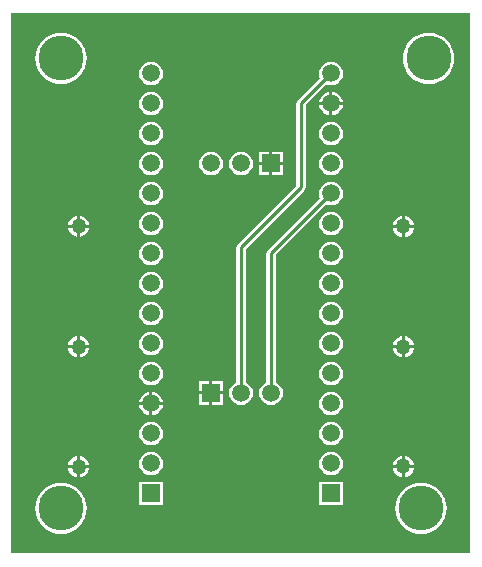
<source format=gbl>
%FSLAX25Y25*%
%MOIN*%
G70*
G01*
G75*
G04 Layer_Physical_Order=2*
G04 Layer_Color=16711680*
%ADD10R,0.05118X0.12992*%
%ADD11R,0.01969X0.12992*%
%ADD12R,0.01575X0.01969*%
%ADD13R,0.04331X0.03543*%
%ADD14R,0.03543X0.04331*%
%ADD15C,0.01000*%
%ADD16R,0.05906X0.05906*%
%ADD17C,0.05906*%
%ADD18R,0.05906X0.05906*%
%ADD19C,0.05000*%
%ADD20C,0.14950*%
G36*
X306500Y180000D02*
X153500D01*
Y360000D01*
X306500D01*
Y180000D01*
D02*
G37*
%LPC*%
G36*
X223953Y237453D02*
X220500D01*
Y234000D01*
X223953D01*
Y237453D01*
D02*
G37*
G36*
X219500D02*
X216047D01*
Y234000D01*
X219500D01*
Y237453D01*
D02*
G37*
G36*
X260000Y243987D02*
X258968Y243851D01*
X258007Y243453D01*
X257181Y242819D01*
X256547Y241993D01*
X256149Y241032D01*
X256013Y240000D01*
X256149Y238968D01*
X256547Y238007D01*
X257181Y237181D01*
X258007Y236547D01*
X258968Y236149D01*
X260000Y236013D01*
X261032Y236149D01*
X261993Y236547D01*
X262819Y237181D01*
X263453Y238007D01*
X263851Y238968D01*
X263987Y240000D01*
X263851Y241032D01*
X263453Y241993D01*
X262819Y242819D01*
X261993Y243453D01*
X261032Y243851D01*
X260000Y243987D01*
D02*
G37*
G36*
X200000D02*
X198968Y243851D01*
X198007Y243453D01*
X197181Y242819D01*
X196547Y241993D01*
X196149Y241032D01*
X196013Y240000D01*
X196149Y238968D01*
X196547Y238007D01*
X197181Y237181D01*
X198007Y236547D01*
X198968Y236149D01*
X200000Y236013D01*
X201032Y236149D01*
X201993Y236547D01*
X202819Y237181D01*
X203453Y238007D01*
X203851Y238968D01*
X203987Y240000D01*
X203851Y241032D01*
X203453Y241993D01*
X202819Y242819D01*
X201993Y243453D01*
X201032Y243851D01*
X200000Y243987D01*
D02*
G37*
G36*
X200500Y233921D02*
Y230500D01*
X203921D01*
X203851Y231032D01*
X203453Y231993D01*
X202819Y232819D01*
X201993Y233453D01*
X201032Y233851D01*
X200500Y233921D01*
D02*
G37*
G36*
X219500Y233000D02*
X216047D01*
Y229547D01*
X219500D01*
Y233000D01*
D02*
G37*
G36*
X203921Y229500D02*
X200500D01*
Y226079D01*
X201032Y226149D01*
X201993Y226547D01*
X202819Y227181D01*
X203453Y228007D01*
X203851Y228968D01*
X203921Y229500D01*
D02*
G37*
G36*
X199500Y233921D02*
X198968Y233851D01*
X198007Y233453D01*
X197181Y232819D01*
X196547Y231993D01*
X196149Y231032D01*
X196079Y230500D01*
X199500D01*
Y233921D01*
D02*
G37*
G36*
X223953Y233000D02*
X220500D01*
Y229547D01*
X223953D01*
Y233000D01*
D02*
G37*
G36*
X283626Y252390D02*
X283212Y252336D01*
X282361Y251983D01*
X281630Y251422D01*
X281069Y250691D01*
X280716Y249840D01*
X280662Y249426D01*
X283626D01*
Y252390D01*
D02*
G37*
G36*
X260000Y253987D02*
X258968Y253851D01*
X258007Y253453D01*
X257181Y252819D01*
X256547Y251993D01*
X256149Y251032D01*
X256013Y250000D01*
X256149Y248968D01*
X256547Y248007D01*
X257181Y247181D01*
X258007Y246547D01*
X258968Y246149D01*
X260000Y246013D01*
X261032Y246149D01*
X261993Y246547D01*
X262819Y247181D01*
X263453Y248007D01*
X263851Y248968D01*
X263987Y250000D01*
X263851Y251032D01*
X263453Y251993D01*
X262819Y252819D01*
X261993Y253453D01*
X261032Y253851D01*
X260000Y253987D01*
D02*
G37*
G36*
X175374Y252438D02*
X174960Y252384D01*
X174109Y252031D01*
X173378Y251470D01*
X172817Y250739D01*
X172464Y249888D01*
X172410Y249474D01*
X175374D01*
Y252438D01*
D02*
G37*
G36*
X284626Y252390D02*
Y249426D01*
X287590D01*
X287536Y249840D01*
X287183Y250691D01*
X286622Y251422D01*
X285891Y251983D01*
X285040Y252336D01*
X284626Y252390D01*
D02*
G37*
G36*
X200000Y253987D02*
X198968Y253851D01*
X198007Y253453D01*
X197181Y252819D01*
X196547Y251993D01*
X196149Y251032D01*
X196013Y250000D01*
X196149Y248968D01*
X196547Y248007D01*
X197181Y247181D01*
X198007Y246547D01*
X198968Y246149D01*
X200000Y246013D01*
X201032Y246149D01*
X201993Y246547D01*
X202819Y247181D01*
X203453Y248007D01*
X203851Y248968D01*
X203987Y250000D01*
X203851Y251032D01*
X203453Y251993D01*
X202819Y252819D01*
X201993Y253453D01*
X201032Y253851D01*
X200000Y253987D01*
D02*
G37*
G36*
X287590Y248426D02*
X284626D01*
Y245462D01*
X285040Y245516D01*
X285891Y245869D01*
X286622Y246430D01*
X287183Y247161D01*
X287536Y248012D01*
X287590Y248426D01*
D02*
G37*
G36*
X283626D02*
X280662D01*
X280716Y248012D01*
X281069Y247161D01*
X281630Y246430D01*
X282361Y245869D01*
X283212Y245516D01*
X283626Y245462D01*
Y248426D01*
D02*
G37*
G36*
X179338Y248474D02*
X176374D01*
Y245510D01*
X176788Y245564D01*
X177639Y245917D01*
X178370Y246478D01*
X178931Y247209D01*
X179284Y248060D01*
X179338Y248474D01*
D02*
G37*
G36*
X175374D02*
X172410D01*
X172464Y248060D01*
X172817Y247209D01*
X173378Y246478D01*
X174109Y245917D01*
X174960Y245564D01*
X175374Y245510D01*
Y248474D01*
D02*
G37*
G36*
X283626Y208526D02*
X280662D01*
X280716Y208112D01*
X281069Y207261D01*
X281630Y206530D01*
X282361Y205969D01*
X283212Y205616D01*
X283626Y205562D01*
Y208526D01*
D02*
G37*
G36*
X179338Y208474D02*
X176374D01*
Y205510D01*
X176788Y205564D01*
X177639Y205917D01*
X178370Y206478D01*
X178931Y207209D01*
X179284Y208060D01*
X179338Y208474D01*
D02*
G37*
G36*
X200000Y213987D02*
X198968Y213851D01*
X198007Y213453D01*
X197181Y212819D01*
X196547Y211993D01*
X196149Y211032D01*
X196013Y210000D01*
X196149Y208968D01*
X196547Y208007D01*
X197181Y207181D01*
X198007Y206547D01*
X198968Y206149D01*
X200000Y206013D01*
X201032Y206149D01*
X201993Y206547D01*
X202819Y207181D01*
X203453Y208007D01*
X203851Y208968D01*
X203987Y210000D01*
X203851Y211032D01*
X203453Y211993D01*
X202819Y212819D01*
X201993Y213453D01*
X201032Y213851D01*
X200000Y213987D01*
D02*
G37*
G36*
X287590Y208526D02*
X284626D01*
Y205562D01*
X285040Y205616D01*
X285891Y205969D01*
X286622Y206530D01*
X287183Y207261D01*
X287536Y208112D01*
X287590Y208526D01*
D02*
G37*
G36*
X175374Y208474D02*
X172410D01*
X172464Y208060D01*
X172817Y207209D01*
X173378Y206478D01*
X174109Y205917D01*
X174960Y205564D01*
X175374Y205510D01*
Y208474D01*
D02*
G37*
G36*
X290000Y203516D02*
X288339Y203352D01*
X286741Y202868D01*
X285269Y202081D01*
X283978Y201022D01*
X282919Y199731D01*
X282132Y198259D01*
X281648Y196661D01*
X281484Y195000D01*
X281648Y193339D01*
X282132Y191741D01*
X282919Y190269D01*
X283978Y188978D01*
X285269Y187919D01*
X286741Y187132D01*
X288339Y186648D01*
X290000Y186484D01*
X291661Y186648D01*
X293259Y187132D01*
X294731Y187919D01*
X296022Y188978D01*
X297081Y190269D01*
X297868Y191741D01*
X298352Y193339D01*
X298516Y195000D01*
X298352Y196661D01*
X297868Y198259D01*
X297081Y199731D01*
X296022Y201022D01*
X294731Y202081D01*
X293259Y202868D01*
X291661Y203352D01*
X290000Y203516D01*
D02*
G37*
G36*
X170000D02*
X168339Y203352D01*
X166741Y202868D01*
X165269Y202081D01*
X163978Y201022D01*
X162919Y199731D01*
X162132Y198259D01*
X161648Y196661D01*
X161484Y195000D01*
X161648Y193339D01*
X162132Y191741D01*
X162919Y190269D01*
X163978Y188978D01*
X165269Y187919D01*
X166741Y187132D01*
X168339Y186648D01*
X170000Y186484D01*
X171661Y186648D01*
X173259Y187132D01*
X174731Y187919D01*
X176022Y188978D01*
X177081Y190269D01*
X177868Y191741D01*
X178352Y193339D01*
X178516Y195000D01*
X178352Y196661D01*
X177868Y198259D01*
X177081Y199731D01*
X176022Y201022D01*
X174731Y202081D01*
X173259Y202868D01*
X171661Y203352D01*
X170000Y203516D01*
D02*
G37*
G36*
X263953Y203953D02*
X256047D01*
Y196047D01*
X263953D01*
Y203953D01*
D02*
G37*
G36*
X203953D02*
X196047D01*
Y196047D01*
X203953D01*
Y203953D01*
D02*
G37*
G36*
X260000Y223987D02*
X258968Y223851D01*
X258007Y223453D01*
X257181Y222819D01*
X256547Y221993D01*
X256149Y221032D01*
X256013Y220000D01*
X256149Y218968D01*
X256547Y218007D01*
X257181Y217181D01*
X258007Y216547D01*
X258968Y216149D01*
X260000Y216013D01*
X261032Y216149D01*
X261993Y216547D01*
X262819Y217181D01*
X263453Y218007D01*
X263851Y218968D01*
X263987Y220000D01*
X263851Y221032D01*
X263453Y221993D01*
X262819Y222819D01*
X261993Y223453D01*
X261032Y223851D01*
X260000Y223987D01*
D02*
G37*
G36*
X200000D02*
X198968Y223851D01*
X198007Y223453D01*
X197181Y222819D01*
X196547Y221993D01*
X196149Y221032D01*
X196013Y220000D01*
X196149Y218968D01*
X196547Y218007D01*
X197181Y217181D01*
X198007Y216547D01*
X198968Y216149D01*
X200000Y216013D01*
X201032Y216149D01*
X201993Y216547D01*
X202819Y217181D01*
X203453Y218007D01*
X203851Y218968D01*
X203987Y220000D01*
X203851Y221032D01*
X203453Y221993D01*
X202819Y222819D01*
X201993Y223453D01*
X201032Y223851D01*
X200000Y223987D01*
D02*
G37*
G36*
X199500Y229500D02*
X196079D01*
X196149Y228968D01*
X196547Y228007D01*
X197181Y227181D01*
X198007Y226547D01*
X198968Y226149D01*
X199500Y226079D01*
Y229500D01*
D02*
G37*
G36*
X260000Y233987D02*
X258968Y233851D01*
X258007Y233453D01*
X257181Y232819D01*
X256547Y231993D01*
X256149Y231032D01*
X256013Y230000D01*
X256149Y228968D01*
X256547Y228007D01*
X257181Y227181D01*
X258007Y226547D01*
X258968Y226149D01*
X260000Y226013D01*
X261032Y226149D01*
X261993Y226547D01*
X262819Y227181D01*
X263453Y228007D01*
X263851Y228968D01*
X263987Y230000D01*
X263851Y231032D01*
X263453Y231993D01*
X262819Y232819D01*
X261993Y233453D01*
X261032Y233851D01*
X260000Y233987D01*
D02*
G37*
G36*
X284626Y212490D02*
Y209526D01*
X287590D01*
X287536Y209940D01*
X287183Y210791D01*
X286622Y211522D01*
X285891Y212083D01*
X285040Y212436D01*
X284626Y212490D01*
D02*
G37*
G36*
X175374Y212438D02*
X174960Y212384D01*
X174109Y212031D01*
X173378Y211470D01*
X172817Y210739D01*
X172464Y209888D01*
X172410Y209474D01*
X175374D01*
Y212438D01*
D02*
G37*
G36*
X260000Y213987D02*
X258968Y213851D01*
X258007Y213453D01*
X257181Y212819D01*
X256547Y211993D01*
X256149Y211032D01*
X256013Y210000D01*
X256149Y208968D01*
X256547Y208007D01*
X257181Y207181D01*
X258007Y206547D01*
X258968Y206149D01*
X260000Y206013D01*
X261032Y206149D01*
X261993Y206547D01*
X262819Y207181D01*
X263453Y208007D01*
X263851Y208968D01*
X263987Y210000D01*
X263851Y211032D01*
X263453Y211993D01*
X262819Y212819D01*
X261993Y213453D01*
X261032Y213851D01*
X260000Y213987D01*
D02*
G37*
G36*
X283626Y212490D02*
X283212Y212436D01*
X282361Y212083D01*
X281630Y211522D01*
X281069Y210791D01*
X280716Y209940D01*
X280662Y209526D01*
X283626D01*
Y212490D01*
D02*
G37*
G36*
X176374Y212438D02*
Y209474D01*
X179338D01*
X179284Y209888D01*
X178931Y210739D01*
X178370Y211470D01*
X177639Y212031D01*
X176788Y212384D01*
X176374Y212438D01*
D02*
G37*
G36*
Y252438D02*
Y249474D01*
X179338D01*
X179284Y249888D01*
X178931Y250739D01*
X178370Y251470D01*
X177639Y252031D01*
X176788Y252384D01*
X176374Y252438D01*
D02*
G37*
G36*
X243953Y313953D02*
X240500D01*
Y310500D01*
X243953D01*
Y313953D01*
D02*
G37*
G36*
X239500D02*
X236047D01*
Y310500D01*
X239500D01*
Y313953D01*
D02*
G37*
G36*
X260000Y323987D02*
X258968Y323851D01*
X258007Y323453D01*
X257181Y322819D01*
X256547Y321993D01*
X256149Y321032D01*
X256013Y320000D01*
X256149Y318968D01*
X256547Y318007D01*
X257181Y317181D01*
X258007Y316547D01*
X258968Y316149D01*
X260000Y316013D01*
X261032Y316149D01*
X261993Y316547D01*
X262819Y317181D01*
X263453Y318007D01*
X263851Y318968D01*
X263987Y320000D01*
X263851Y321032D01*
X263453Y321993D01*
X262819Y322819D01*
X261993Y323453D01*
X261032Y323851D01*
X260000Y323987D01*
D02*
G37*
G36*
X200000D02*
X198968Y323851D01*
X198007Y323453D01*
X197181Y322819D01*
X196547Y321993D01*
X196149Y321032D01*
X196013Y320000D01*
X196149Y318968D01*
X196547Y318007D01*
X197181Y317181D01*
X198007Y316547D01*
X198968Y316149D01*
X200000Y316013D01*
X201032Y316149D01*
X201993Y316547D01*
X202819Y317181D01*
X203453Y318007D01*
X203851Y318968D01*
X203987Y320000D01*
X203851Y321032D01*
X203453Y321993D01*
X202819Y322819D01*
X201993Y323453D01*
X201032Y323851D01*
X200000Y323987D01*
D02*
G37*
G36*
X243953Y309500D02*
X240500D01*
Y306047D01*
X243953D01*
Y309500D01*
D02*
G37*
G36*
X230000Y313987D02*
X228968Y313851D01*
X228007Y313453D01*
X227181Y312819D01*
X226547Y311993D01*
X226149Y311032D01*
X226013Y310000D01*
X226149Y308968D01*
X226547Y308007D01*
X227181Y307181D01*
X228007Y306547D01*
X228968Y306149D01*
X230000Y306013D01*
X231032Y306149D01*
X231993Y306547D01*
X232819Y307181D01*
X233453Y308007D01*
X233851Y308968D01*
X233987Y310000D01*
X233851Y311032D01*
X233453Y311993D01*
X232819Y312819D01*
X231993Y313453D01*
X231032Y313851D01*
X230000Y313987D01*
D02*
G37*
G36*
X220000D02*
X218968Y313851D01*
X218007Y313453D01*
X217181Y312819D01*
X216547Y311993D01*
X216149Y311032D01*
X216013Y310000D01*
X216149Y308968D01*
X216547Y308007D01*
X217181Y307181D01*
X218007Y306547D01*
X218968Y306149D01*
X220000Y306013D01*
X221032Y306149D01*
X221993Y306547D01*
X222819Y307181D01*
X223453Y308007D01*
X223851Y308968D01*
X223987Y310000D01*
X223851Y311032D01*
X223453Y311993D01*
X222819Y312819D01*
X221993Y313453D01*
X221032Y313851D01*
X220000Y313987D01*
D02*
G37*
G36*
X239500Y309500D02*
X236047D01*
Y306047D01*
X239500D01*
Y309500D01*
D02*
G37*
G36*
X260000Y313987D02*
X258968Y313851D01*
X258007Y313453D01*
X257181Y312819D01*
X256547Y311993D01*
X256149Y311032D01*
X256013Y310000D01*
X256149Y308968D01*
X256547Y308007D01*
X257181Y307181D01*
X258007Y306547D01*
X258968Y306149D01*
X260000Y306013D01*
X261032Y306149D01*
X261993Y306547D01*
X262819Y307181D01*
X263453Y308007D01*
X263851Y308968D01*
X263987Y310000D01*
X263851Y311032D01*
X263453Y311993D01*
X262819Y312819D01*
X261993Y313453D01*
X261032Y313851D01*
X260000Y313987D01*
D02*
G37*
G36*
Y343987D02*
X258968Y343851D01*
X258007Y343453D01*
X257181Y342819D01*
X256547Y341993D01*
X256149Y341032D01*
X256013Y340000D01*
X256149Y338968D01*
X256341Y338504D01*
X248919Y331081D01*
X248587Y330585D01*
X248471Y330000D01*
Y302634D01*
X228919Y283081D01*
X228587Y282585D01*
X228471Y282000D01*
Y237145D01*
X228007Y236953D01*
X227181Y236319D01*
X226547Y235493D01*
X226149Y234532D01*
X226013Y233500D01*
X226149Y232468D01*
X226547Y231507D01*
X227181Y230681D01*
X228007Y230047D01*
X228968Y229649D01*
X230000Y229513D01*
X231032Y229649D01*
X231993Y230047D01*
X232819Y230681D01*
X233453Y231507D01*
X233851Y232468D01*
X233987Y233500D01*
X233851Y234532D01*
X233453Y235493D01*
X232819Y236319D01*
X231993Y236953D01*
X231529Y237145D01*
Y281366D01*
X251081Y300919D01*
X251413Y301415D01*
X251529Y302000D01*
X251529Y302000D01*
X251529Y302000D01*
Y302000D01*
Y329366D01*
X258504Y336341D01*
X258968Y336149D01*
X260000Y336013D01*
X261032Y336149D01*
X261993Y336547D01*
X262819Y337181D01*
X263453Y338007D01*
X263851Y338968D01*
X263987Y340000D01*
X263851Y341032D01*
X263453Y341993D01*
X262819Y342819D01*
X261993Y343453D01*
X261032Y343851D01*
X260000Y343987D01*
D02*
G37*
G36*
X200000D02*
X198968Y343851D01*
X198007Y343453D01*
X197181Y342819D01*
X196547Y341993D01*
X196149Y341032D01*
X196013Y340000D01*
X196149Y338968D01*
X196547Y338007D01*
X197181Y337181D01*
X198007Y336547D01*
X198968Y336149D01*
X200000Y336013D01*
X201032Y336149D01*
X201993Y336547D01*
X202819Y337181D01*
X203453Y338007D01*
X203851Y338968D01*
X203987Y340000D01*
X203851Y341032D01*
X203453Y341993D01*
X202819Y342819D01*
X201993Y343453D01*
X201032Y343851D01*
X200000Y343987D01*
D02*
G37*
G36*
X292520Y353516D02*
X290858Y353352D01*
X289261Y352868D01*
X287789Y352081D01*
X286498Y351022D01*
X285439Y349731D01*
X284652Y348259D01*
X284167Y346661D01*
X284004Y345000D01*
X284167Y343339D01*
X284652Y341741D01*
X285439Y340269D01*
X286498Y338978D01*
X287789Y337919D01*
X289261Y337132D01*
X290858Y336648D01*
X292520Y336484D01*
X294181Y336648D01*
X295779Y337132D01*
X297251Y337919D01*
X298541Y338978D01*
X299601Y340269D01*
X300388Y341741D01*
X300872Y343339D01*
X301036Y345000D01*
X300872Y346661D01*
X300388Y348259D01*
X299601Y349731D01*
X298541Y351022D01*
X297251Y352081D01*
X295779Y352868D01*
X294181Y353352D01*
X292520Y353516D01*
D02*
G37*
G36*
X170000D02*
X168339Y353352D01*
X166741Y352868D01*
X165269Y352081D01*
X163978Y351022D01*
X162919Y349731D01*
X162132Y348259D01*
X161648Y346661D01*
X161484Y345000D01*
X161648Y343339D01*
X162132Y341741D01*
X162919Y340269D01*
X163978Y338978D01*
X165269Y337919D01*
X166741Y337132D01*
X168339Y336648D01*
X170000Y336484D01*
X171661Y336648D01*
X173259Y337132D01*
X174731Y337919D01*
X176022Y338978D01*
X177081Y340269D01*
X177868Y341741D01*
X178352Y343339D01*
X178516Y345000D01*
X178352Y346661D01*
X177868Y348259D01*
X177081Y349731D01*
X176022Y351022D01*
X174731Y352081D01*
X173259Y352868D01*
X171661Y353352D01*
X170000Y353516D01*
D02*
G37*
G36*
X260500Y333921D02*
Y330500D01*
X263921D01*
X263851Y331032D01*
X263453Y331993D01*
X262819Y332819D01*
X261993Y333453D01*
X261032Y333851D01*
X260500Y333921D01*
D02*
G37*
G36*
X259500Y329500D02*
X256079D01*
X256149Y328968D01*
X256547Y328007D01*
X257181Y327181D01*
X258007Y326547D01*
X258968Y326149D01*
X259500Y326079D01*
Y329500D01*
D02*
G37*
G36*
X200000Y333987D02*
X198968Y333851D01*
X198007Y333453D01*
X197181Y332819D01*
X196547Y331993D01*
X196149Y331032D01*
X196013Y330000D01*
X196149Y328968D01*
X196547Y328007D01*
X197181Y327181D01*
X198007Y326547D01*
X198968Y326149D01*
X200000Y326013D01*
X201032Y326149D01*
X201993Y326547D01*
X202819Y327181D01*
X203453Y328007D01*
X203851Y328968D01*
X203987Y330000D01*
X203851Y331032D01*
X203453Y331993D01*
X202819Y332819D01*
X201993Y333453D01*
X201032Y333851D01*
X200000Y333987D01*
D02*
G37*
G36*
X259500Y333921D02*
X258968Y333851D01*
X258007Y333453D01*
X257181Y332819D01*
X256547Y331993D01*
X256149Y331032D01*
X256079Y330500D01*
X259500D01*
Y333921D01*
D02*
G37*
G36*
X263921Y329500D02*
X260500D01*
Y326079D01*
X261032Y326149D01*
X261993Y326547D01*
X262819Y327181D01*
X263453Y328007D01*
X263851Y328968D01*
X263921Y329500D01*
D02*
G37*
G36*
X200000Y313987D02*
X198968Y313851D01*
X198007Y313453D01*
X197181Y312819D01*
X196547Y311993D01*
X196149Y311032D01*
X196013Y310000D01*
X196149Y308968D01*
X196547Y308007D01*
X197181Y307181D01*
X198007Y306547D01*
X198968Y306149D01*
X200000Y306013D01*
X201032Y306149D01*
X201993Y306547D01*
X202819Y307181D01*
X203453Y308007D01*
X203851Y308968D01*
X203987Y310000D01*
X203851Y311032D01*
X203453Y311993D01*
X202819Y312819D01*
X201993Y313453D01*
X201032Y313851D01*
X200000Y313987D01*
D02*
G37*
G36*
X283626Y288526D02*
X280662D01*
X280716Y288112D01*
X281069Y287261D01*
X281630Y286530D01*
X282361Y285969D01*
X283212Y285616D01*
X283626Y285562D01*
Y288526D01*
D02*
G37*
G36*
X260000Y283987D02*
X258968Y283851D01*
X258007Y283453D01*
X257181Y282819D01*
X256547Y281993D01*
X256149Y281032D01*
X256013Y280000D01*
X256149Y278968D01*
X256547Y278007D01*
X257181Y277181D01*
X258007Y276547D01*
X258968Y276149D01*
X260000Y276013D01*
X261032Y276149D01*
X261993Y276547D01*
X262819Y277181D01*
X263453Y278007D01*
X263851Y278968D01*
X263987Y280000D01*
X263851Y281032D01*
X263453Y281993D01*
X262819Y282819D01*
X261993Y283453D01*
X261032Y283851D01*
X260000Y283987D01*
D02*
G37*
G36*
X175374Y288626D02*
X172410D01*
X172464Y288212D01*
X172817Y287361D01*
X173378Y286630D01*
X174109Y286069D01*
X174960Y285716D01*
X175374Y285662D01*
Y288626D01*
D02*
G37*
G36*
X287590Y288526D02*
X284626D01*
Y285562D01*
X285040Y285616D01*
X285891Y285969D01*
X286622Y286530D01*
X287183Y287261D01*
X287536Y288112D01*
X287590Y288526D01*
D02*
G37*
G36*
X200000Y283987D02*
X198968Y283851D01*
X198007Y283453D01*
X197181Y282819D01*
X196547Y281993D01*
X196149Y281032D01*
X196013Y280000D01*
X196149Y278968D01*
X196547Y278007D01*
X197181Y277181D01*
X198007Y276547D01*
X198968Y276149D01*
X200000Y276013D01*
X201032Y276149D01*
X201993Y276547D01*
X202819Y277181D01*
X203453Y278007D01*
X203851Y278968D01*
X203987Y280000D01*
X203851Y281032D01*
X203453Y281993D01*
X202819Y282819D01*
X201993Y283453D01*
X201032Y283851D01*
X200000Y283987D01*
D02*
G37*
G36*
X260000Y263987D02*
X258968Y263851D01*
X258007Y263453D01*
X257181Y262819D01*
X256547Y261993D01*
X256149Y261032D01*
X256013Y260000D01*
X256149Y258968D01*
X256547Y258007D01*
X257181Y257181D01*
X258007Y256547D01*
X258968Y256149D01*
X260000Y256013D01*
X261032Y256149D01*
X261993Y256547D01*
X262819Y257181D01*
X263453Y258007D01*
X263851Y258968D01*
X263987Y260000D01*
X263851Y261032D01*
X263453Y261993D01*
X262819Y262819D01*
X261993Y263453D01*
X261032Y263851D01*
X260000Y263987D01*
D02*
G37*
G36*
X200000D02*
X198968Y263851D01*
X198007Y263453D01*
X197181Y262819D01*
X196547Y261993D01*
X196149Y261032D01*
X196013Y260000D01*
X196149Y258968D01*
X196547Y258007D01*
X197181Y257181D01*
X198007Y256547D01*
X198968Y256149D01*
X200000Y256013D01*
X201032Y256149D01*
X201993Y256547D01*
X202819Y257181D01*
X203453Y258007D01*
X203851Y258968D01*
X203987Y260000D01*
X203851Y261032D01*
X203453Y261993D01*
X202819Y262819D01*
X201993Y263453D01*
X201032Y263851D01*
X200000Y263987D01*
D02*
G37*
G36*
X260000Y273987D02*
X258968Y273851D01*
X258007Y273453D01*
X257181Y272819D01*
X256547Y271993D01*
X256149Y271032D01*
X256013Y270000D01*
X256149Y268968D01*
X256547Y268007D01*
X257181Y267181D01*
X258007Y266547D01*
X258968Y266149D01*
X260000Y266013D01*
X261032Y266149D01*
X261993Y266547D01*
X262819Y267181D01*
X263453Y268007D01*
X263851Y268968D01*
X263987Y270000D01*
X263851Y271032D01*
X263453Y271993D01*
X262819Y272819D01*
X261993Y273453D01*
X261032Y273851D01*
X260000Y273987D01*
D02*
G37*
G36*
X200000D02*
X198968Y273851D01*
X198007Y273453D01*
X197181Y272819D01*
X196547Y271993D01*
X196149Y271032D01*
X196013Y270000D01*
X196149Y268968D01*
X196547Y268007D01*
X197181Y267181D01*
X198007Y266547D01*
X198968Y266149D01*
X200000Y266013D01*
X201032Y266149D01*
X201993Y266547D01*
X202819Y267181D01*
X203453Y268007D01*
X203851Y268968D01*
X203987Y270000D01*
X203851Y271032D01*
X203453Y271993D01*
X202819Y272819D01*
X201993Y273453D01*
X201032Y273851D01*
X200000Y273987D01*
D02*
G37*
G36*
X176374Y292590D02*
Y289626D01*
X179338D01*
X179284Y290040D01*
X178931Y290891D01*
X178370Y291622D01*
X177639Y292183D01*
X176788Y292536D01*
X176374Y292590D01*
D02*
G37*
G36*
X175374D02*
X174960Y292536D01*
X174109Y292183D01*
X173378Y291622D01*
X172817Y290891D01*
X172464Y290040D01*
X172410Y289626D01*
X175374D01*
Y292590D01*
D02*
G37*
G36*
X260000Y303987D02*
X258968Y303851D01*
X258007Y303453D01*
X257181Y302819D01*
X256547Y301993D01*
X256149Y301032D01*
X256013Y300000D01*
X256149Y298968D01*
X256341Y298504D01*
X238919Y281081D01*
X238587Y280585D01*
X238471Y280000D01*
Y237145D01*
X238007Y236953D01*
X237181Y236319D01*
X236547Y235493D01*
X236149Y234532D01*
X236013Y233500D01*
X236149Y232468D01*
X236547Y231507D01*
X237181Y230681D01*
X238007Y230047D01*
X238968Y229649D01*
X240000Y229513D01*
X241032Y229649D01*
X241993Y230047D01*
X242819Y230681D01*
X243453Y231507D01*
X243851Y232468D01*
X243987Y233500D01*
X243851Y234532D01*
X243453Y235493D01*
X242819Y236319D01*
X241993Y236953D01*
X241529Y237145D01*
Y279366D01*
X258504Y296341D01*
X258968Y296149D01*
X260000Y296013D01*
X261032Y296149D01*
X261993Y296547D01*
X262819Y297181D01*
X263453Y298007D01*
X263851Y298968D01*
X263987Y300000D01*
X263851Y301032D01*
X263453Y301993D01*
X262819Y302819D01*
X261993Y303453D01*
X261032Y303851D01*
X260000Y303987D01*
D02*
G37*
G36*
X200000D02*
X198968Y303851D01*
X198007Y303453D01*
X197181Y302819D01*
X196547Y301993D01*
X196149Y301032D01*
X196013Y300000D01*
X196149Y298968D01*
X196547Y298007D01*
X197181Y297181D01*
X198007Y296547D01*
X198968Y296149D01*
X200000Y296013D01*
X201032Y296149D01*
X201993Y296547D01*
X202819Y297181D01*
X203453Y298007D01*
X203851Y298968D01*
X203987Y300000D01*
X203851Y301032D01*
X203453Y301993D01*
X202819Y302819D01*
X201993Y303453D01*
X201032Y303851D01*
X200000Y303987D01*
D02*
G37*
G36*
X284626Y292490D02*
Y289526D01*
X287590D01*
X287536Y289940D01*
X287183Y290791D01*
X286622Y291522D01*
X285891Y292083D01*
X285040Y292436D01*
X284626Y292490D01*
D02*
G37*
G36*
X200000Y293987D02*
X198968Y293851D01*
X198007Y293453D01*
X197181Y292819D01*
X196547Y291993D01*
X196149Y291032D01*
X196013Y290000D01*
X196149Y288968D01*
X196547Y288007D01*
X197181Y287181D01*
X198007Y286547D01*
X198968Y286149D01*
X200000Y286013D01*
X201032Y286149D01*
X201993Y286547D01*
X202819Y287181D01*
X203453Y288007D01*
X203851Y288968D01*
X203987Y290000D01*
X203851Y291032D01*
X203453Y291993D01*
X202819Y292819D01*
X201993Y293453D01*
X201032Y293851D01*
X200000Y293987D01*
D02*
G37*
G36*
X179338Y288626D02*
X176374D01*
Y285662D01*
X176788Y285716D01*
X177639Y286069D01*
X178370Y286630D01*
X178931Y287361D01*
X179284Y288212D01*
X179338Y288626D01*
D02*
G37*
G36*
X283626Y292490D02*
X283212Y292436D01*
X282361Y292083D01*
X281630Y291522D01*
X281069Y290791D01*
X280716Y289940D01*
X280662Y289526D01*
X283626D01*
Y292490D01*
D02*
G37*
G36*
X260000Y293987D02*
X258968Y293851D01*
X258007Y293453D01*
X257181Y292819D01*
X256547Y291993D01*
X256149Y291032D01*
X256013Y290000D01*
X256149Y288968D01*
X256547Y288007D01*
X257181Y287181D01*
X258007Y286547D01*
X258968Y286149D01*
X260000Y286013D01*
X261032Y286149D01*
X261993Y286547D01*
X262819Y287181D01*
X263453Y288007D01*
X263851Y288968D01*
X263987Y290000D01*
X263851Y291032D01*
X263453Y291993D01*
X262819Y292819D01*
X261993Y293453D01*
X261032Y293851D01*
X260000Y293987D01*
D02*
G37*
%LPD*%
D15*
X240000Y233500D02*
Y280000D01*
X260000Y300000D01*
X230000Y233500D02*
Y282000D01*
X250000Y302000D01*
Y330000D01*
X260000Y340000D01*
D16*
X200000Y200000D02*
D03*
X260000D02*
D03*
D17*
X200000Y210000D02*
D03*
Y220000D02*
D03*
Y230000D02*
D03*
Y240000D02*
D03*
Y250000D02*
D03*
Y260000D02*
D03*
Y270000D02*
D03*
Y280000D02*
D03*
Y290000D02*
D03*
Y300000D02*
D03*
Y310000D02*
D03*
Y320000D02*
D03*
Y330000D02*
D03*
Y340000D02*
D03*
X260000Y210000D02*
D03*
Y220000D02*
D03*
Y230000D02*
D03*
Y240000D02*
D03*
Y250000D02*
D03*
Y260000D02*
D03*
Y270000D02*
D03*
Y280000D02*
D03*
Y290000D02*
D03*
Y300000D02*
D03*
Y310000D02*
D03*
Y320000D02*
D03*
Y330000D02*
D03*
Y340000D02*
D03*
X240000Y233500D02*
D03*
X230000D02*
D03*
X220000Y310000D02*
D03*
X230000D02*
D03*
D18*
X220000Y233500D02*
D03*
X240000Y310000D02*
D03*
D19*
X175874Y289126D02*
D03*
Y248974D02*
D03*
Y208974D02*
D03*
X284126Y248926D02*
D03*
Y209026D02*
D03*
Y289026D02*
D03*
D20*
X170000Y345000D02*
D03*
X292520D02*
D03*
X290000Y195000D02*
D03*
X170000D02*
D03*
M02*

</source>
